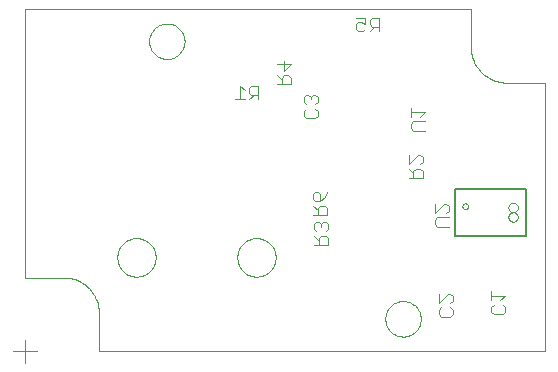
<source format=gbo>
G75*
G70*
%OFA0B0*%
%FSLAX24Y24*%
%IPPOS*%
%LPD*%
%AMOC8*
5,1,8,0,0,1.08239X$1,22.5*
%
%ADD10C,0.0000*%
%ADD11C,0.0040*%
%ADD12C,0.0050*%
D10*
X000494Y000100D02*
X000494Y000887D01*
X000887Y000494D02*
X000100Y000494D01*
X001773Y002954D02*
X001839Y002952D01*
X001905Y002947D01*
X001971Y002937D01*
X002036Y002924D01*
X002100Y002908D01*
X002163Y002888D01*
X002225Y002864D01*
X002285Y002837D01*
X002344Y002807D01*
X002401Y002773D01*
X002456Y002736D01*
X002509Y002696D01*
X002560Y002654D01*
X002608Y002608D01*
X002654Y002560D01*
X002696Y002509D01*
X002736Y002456D01*
X002773Y002401D01*
X002807Y002344D01*
X002837Y002285D01*
X002864Y002225D01*
X002888Y002163D01*
X002908Y002100D01*
X002924Y002036D01*
X002937Y001971D01*
X002947Y001905D01*
X002952Y001839D01*
X002954Y001773D01*
X002954Y000494D01*
X017817Y000494D01*
X017817Y009450D01*
X016537Y009450D01*
X016471Y009452D01*
X016405Y009457D01*
X016339Y009467D01*
X016274Y009480D01*
X016210Y009496D01*
X016147Y009516D01*
X016085Y009540D01*
X016025Y009567D01*
X015966Y009597D01*
X015909Y009631D01*
X015854Y009668D01*
X015801Y009708D01*
X015750Y009750D01*
X015702Y009796D01*
X015656Y009844D01*
X015614Y009895D01*
X015574Y009948D01*
X015537Y010003D01*
X015503Y010060D01*
X015473Y010119D01*
X015446Y010179D01*
X015422Y010241D01*
X015402Y010304D01*
X015386Y010368D01*
X015373Y010433D01*
X015363Y010499D01*
X015358Y010565D01*
X015356Y010631D01*
X015356Y011911D01*
X000494Y011911D01*
X000494Y002954D01*
X001773Y002954D01*
X003566Y003624D02*
X003568Y003674D01*
X003574Y003724D01*
X003584Y003773D01*
X003597Y003822D01*
X003615Y003869D01*
X003636Y003915D01*
X003660Y003958D01*
X003688Y004000D01*
X003719Y004040D01*
X003753Y004077D01*
X003790Y004111D01*
X003830Y004142D01*
X003872Y004170D01*
X003915Y004194D01*
X003961Y004215D01*
X004008Y004233D01*
X004057Y004246D01*
X004106Y004256D01*
X004156Y004262D01*
X004206Y004264D01*
X004256Y004262D01*
X004306Y004256D01*
X004355Y004246D01*
X004404Y004233D01*
X004451Y004215D01*
X004497Y004194D01*
X004540Y004170D01*
X004582Y004142D01*
X004622Y004111D01*
X004659Y004077D01*
X004693Y004040D01*
X004724Y004000D01*
X004752Y003958D01*
X004776Y003915D01*
X004797Y003869D01*
X004815Y003822D01*
X004828Y003773D01*
X004838Y003724D01*
X004844Y003674D01*
X004846Y003624D01*
X004844Y003574D01*
X004838Y003524D01*
X004828Y003475D01*
X004815Y003426D01*
X004797Y003379D01*
X004776Y003333D01*
X004752Y003290D01*
X004724Y003248D01*
X004693Y003208D01*
X004659Y003171D01*
X004622Y003137D01*
X004582Y003106D01*
X004540Y003078D01*
X004497Y003054D01*
X004451Y003033D01*
X004404Y003015D01*
X004355Y003002D01*
X004306Y002992D01*
X004256Y002986D01*
X004206Y002984D01*
X004156Y002986D01*
X004106Y002992D01*
X004057Y003002D01*
X004008Y003015D01*
X003961Y003033D01*
X003915Y003054D01*
X003872Y003078D01*
X003830Y003106D01*
X003790Y003137D01*
X003753Y003171D01*
X003719Y003208D01*
X003688Y003248D01*
X003660Y003290D01*
X003636Y003333D01*
X003615Y003379D01*
X003597Y003426D01*
X003584Y003475D01*
X003574Y003524D01*
X003568Y003574D01*
X003566Y003624D01*
X007566Y003624D02*
X007568Y003674D01*
X007574Y003724D01*
X007584Y003773D01*
X007597Y003822D01*
X007615Y003869D01*
X007636Y003915D01*
X007660Y003958D01*
X007688Y004000D01*
X007719Y004040D01*
X007753Y004077D01*
X007790Y004111D01*
X007830Y004142D01*
X007872Y004170D01*
X007915Y004194D01*
X007961Y004215D01*
X008008Y004233D01*
X008057Y004246D01*
X008106Y004256D01*
X008156Y004262D01*
X008206Y004264D01*
X008256Y004262D01*
X008306Y004256D01*
X008355Y004246D01*
X008404Y004233D01*
X008451Y004215D01*
X008497Y004194D01*
X008540Y004170D01*
X008582Y004142D01*
X008622Y004111D01*
X008659Y004077D01*
X008693Y004040D01*
X008724Y004000D01*
X008752Y003958D01*
X008776Y003915D01*
X008797Y003869D01*
X008815Y003822D01*
X008828Y003773D01*
X008838Y003724D01*
X008844Y003674D01*
X008846Y003624D01*
X008844Y003574D01*
X008838Y003524D01*
X008828Y003475D01*
X008815Y003426D01*
X008797Y003379D01*
X008776Y003333D01*
X008752Y003290D01*
X008724Y003248D01*
X008693Y003208D01*
X008659Y003171D01*
X008622Y003137D01*
X008582Y003106D01*
X008540Y003078D01*
X008497Y003054D01*
X008451Y003033D01*
X008404Y003015D01*
X008355Y003002D01*
X008306Y002992D01*
X008256Y002986D01*
X008206Y002984D01*
X008156Y002986D01*
X008106Y002992D01*
X008057Y003002D01*
X008008Y003015D01*
X007961Y003033D01*
X007915Y003054D01*
X007872Y003078D01*
X007830Y003106D01*
X007790Y003137D01*
X007753Y003171D01*
X007719Y003208D01*
X007688Y003248D01*
X007660Y003290D01*
X007636Y003333D01*
X007615Y003379D01*
X007597Y003426D01*
X007584Y003475D01*
X007574Y003524D01*
X007568Y003574D01*
X007566Y003624D01*
X012501Y001576D02*
X012503Y001624D01*
X012509Y001672D01*
X012519Y001719D01*
X012532Y001765D01*
X012550Y001810D01*
X012570Y001854D01*
X012595Y001896D01*
X012623Y001935D01*
X012653Y001972D01*
X012687Y002006D01*
X012724Y002038D01*
X012762Y002067D01*
X012803Y002092D01*
X012846Y002114D01*
X012891Y002132D01*
X012937Y002146D01*
X012984Y002157D01*
X013032Y002164D01*
X013080Y002167D01*
X013128Y002166D01*
X013176Y002161D01*
X013224Y002152D01*
X013270Y002140D01*
X013315Y002123D01*
X013359Y002103D01*
X013401Y002080D01*
X013441Y002053D01*
X013479Y002023D01*
X013514Y001990D01*
X013546Y001954D01*
X013576Y001916D01*
X013602Y001875D01*
X013624Y001832D01*
X013644Y001788D01*
X013659Y001743D01*
X013671Y001696D01*
X013679Y001648D01*
X013683Y001600D01*
X013683Y001552D01*
X013679Y001504D01*
X013671Y001456D01*
X013659Y001409D01*
X013644Y001364D01*
X013624Y001320D01*
X013602Y001277D01*
X013576Y001236D01*
X013546Y001198D01*
X013514Y001162D01*
X013479Y001129D01*
X013441Y001099D01*
X013401Y001072D01*
X013359Y001049D01*
X013315Y001029D01*
X013270Y001012D01*
X013224Y001000D01*
X013176Y000991D01*
X013128Y000986D01*
X013080Y000985D01*
X013032Y000988D01*
X012984Y000995D01*
X012937Y001006D01*
X012891Y001020D01*
X012846Y001038D01*
X012803Y001060D01*
X012762Y001085D01*
X012724Y001114D01*
X012687Y001146D01*
X012653Y001180D01*
X012623Y001217D01*
X012595Y001256D01*
X012570Y001298D01*
X012550Y001342D01*
X012532Y001387D01*
X012519Y001433D01*
X012509Y001480D01*
X012503Y001528D01*
X012501Y001576D01*
X016604Y004972D02*
X016606Y004997D01*
X016612Y005021D01*
X016621Y005043D01*
X016634Y005064D01*
X016650Y005083D01*
X016669Y005099D01*
X016690Y005112D01*
X016712Y005121D01*
X016736Y005127D01*
X016761Y005129D01*
X016786Y005127D01*
X016810Y005121D01*
X016832Y005112D01*
X016853Y005099D01*
X016872Y005083D01*
X016888Y005064D01*
X016901Y005043D01*
X016910Y005021D01*
X016916Y004997D01*
X016918Y004972D01*
X016916Y004947D01*
X016910Y004923D01*
X016901Y004901D01*
X016888Y004880D01*
X016872Y004861D01*
X016853Y004845D01*
X016832Y004832D01*
X016810Y004823D01*
X016786Y004817D01*
X016761Y004815D01*
X016736Y004817D01*
X016712Y004823D01*
X016690Y004832D01*
X016669Y004845D01*
X016650Y004861D01*
X016634Y004880D01*
X016621Y004901D01*
X016612Y004923D01*
X016606Y004947D01*
X016604Y004972D01*
X016604Y005287D02*
X016606Y005312D01*
X016612Y005336D01*
X016621Y005358D01*
X016634Y005379D01*
X016650Y005398D01*
X016669Y005414D01*
X016690Y005427D01*
X016712Y005436D01*
X016736Y005442D01*
X016761Y005444D01*
X016786Y005442D01*
X016810Y005436D01*
X016832Y005427D01*
X016853Y005414D01*
X016872Y005398D01*
X016888Y005379D01*
X016901Y005358D01*
X016910Y005336D01*
X016916Y005312D01*
X016918Y005287D01*
X016916Y005262D01*
X016910Y005238D01*
X016901Y005216D01*
X016888Y005195D01*
X016872Y005176D01*
X016853Y005160D01*
X016832Y005147D01*
X016810Y005138D01*
X016786Y005132D01*
X016761Y005130D01*
X016736Y005132D01*
X016712Y005138D01*
X016690Y005147D01*
X016669Y005160D01*
X016650Y005176D01*
X016634Y005195D01*
X016621Y005216D01*
X016612Y005238D01*
X016606Y005262D01*
X016604Y005287D01*
X015067Y005326D02*
X015069Y005345D01*
X015074Y005364D01*
X015084Y005380D01*
X015096Y005395D01*
X015111Y005407D01*
X015127Y005417D01*
X015146Y005422D01*
X015165Y005424D01*
X015184Y005422D01*
X015203Y005417D01*
X015219Y005407D01*
X015234Y005395D01*
X015246Y005380D01*
X015256Y005364D01*
X015261Y005345D01*
X015263Y005326D01*
X015261Y005307D01*
X015256Y005288D01*
X015246Y005272D01*
X015234Y005257D01*
X015219Y005245D01*
X015203Y005235D01*
X015184Y005230D01*
X015165Y005228D01*
X015146Y005230D01*
X015127Y005235D01*
X015111Y005245D01*
X015096Y005257D01*
X015084Y005272D01*
X015074Y005288D01*
X015069Y005307D01*
X015067Y005326D01*
X004627Y010828D02*
X004629Y010876D01*
X004635Y010924D01*
X004645Y010971D01*
X004658Y011017D01*
X004676Y011062D01*
X004696Y011106D01*
X004721Y011148D01*
X004749Y011187D01*
X004779Y011224D01*
X004813Y011258D01*
X004850Y011290D01*
X004888Y011319D01*
X004929Y011344D01*
X004972Y011366D01*
X005017Y011384D01*
X005063Y011398D01*
X005110Y011409D01*
X005158Y011416D01*
X005206Y011419D01*
X005254Y011418D01*
X005302Y011413D01*
X005350Y011404D01*
X005396Y011392D01*
X005441Y011375D01*
X005485Y011355D01*
X005527Y011332D01*
X005567Y011305D01*
X005605Y011275D01*
X005640Y011242D01*
X005672Y011206D01*
X005702Y011168D01*
X005728Y011127D01*
X005750Y011084D01*
X005770Y011040D01*
X005785Y010995D01*
X005797Y010948D01*
X005805Y010900D01*
X005809Y010852D01*
X005809Y010804D01*
X005805Y010756D01*
X005797Y010708D01*
X005785Y010661D01*
X005770Y010616D01*
X005750Y010572D01*
X005728Y010529D01*
X005702Y010488D01*
X005672Y010450D01*
X005640Y010414D01*
X005605Y010381D01*
X005567Y010351D01*
X005527Y010324D01*
X005485Y010301D01*
X005441Y010281D01*
X005396Y010264D01*
X005350Y010252D01*
X005302Y010243D01*
X005254Y010238D01*
X005206Y010237D01*
X005158Y010240D01*
X005110Y010247D01*
X005063Y010258D01*
X005017Y010272D01*
X004972Y010290D01*
X004929Y010312D01*
X004888Y010337D01*
X004850Y010366D01*
X004813Y010398D01*
X004779Y010432D01*
X004749Y010469D01*
X004721Y010508D01*
X004696Y010550D01*
X004676Y010594D01*
X004658Y010639D01*
X004645Y010685D01*
X004635Y010732D01*
X004629Y010780D01*
X004627Y010828D01*
D11*
X007656Y009349D02*
X007656Y008889D01*
X007809Y008889D02*
X007502Y008889D01*
X007809Y009196D02*
X007656Y009349D01*
X007963Y009272D02*
X007963Y009119D01*
X008039Y009042D01*
X008269Y009042D01*
X008116Y009042D02*
X007963Y008889D01*
X008269Y008889D02*
X008269Y009349D01*
X008039Y009349D01*
X007963Y009272D01*
X008889Y009389D02*
X009349Y009389D01*
X009349Y009619D01*
X009272Y009696D01*
X009119Y009696D01*
X009042Y009619D01*
X009042Y009389D01*
X009042Y009542D02*
X008889Y009696D01*
X009119Y009849D02*
X009119Y010156D01*
X008889Y010079D02*
X009349Y010079D01*
X009119Y009849D01*
X009858Y009042D02*
X009781Y008965D01*
X009781Y008812D01*
X009858Y008735D01*
X010012Y008888D02*
X010012Y008965D01*
X009935Y009042D01*
X009858Y009042D01*
X010012Y008965D02*
X010088Y009042D01*
X010165Y009042D01*
X010242Y008965D01*
X010242Y008812D01*
X010165Y008735D01*
X010165Y008581D02*
X010242Y008505D01*
X010242Y008351D01*
X010165Y008275D01*
X009858Y008275D01*
X009781Y008351D01*
X009781Y008505D01*
X009858Y008581D01*
X013356Y008621D02*
X013356Y008314D01*
X013356Y008468D02*
X013817Y008468D01*
X013663Y008314D01*
X013817Y008161D02*
X013433Y008161D01*
X013356Y008084D01*
X013356Y007930D01*
X013433Y007854D01*
X013817Y007854D01*
X013665Y007042D02*
X013588Y007042D01*
X013281Y006735D01*
X013281Y007042D01*
X013665Y007042D02*
X013742Y006965D01*
X013742Y006812D01*
X013665Y006735D01*
X013665Y006581D02*
X013512Y006581D01*
X013435Y006505D01*
X013435Y006275D01*
X013281Y006275D02*
X013742Y006275D01*
X013742Y006505D01*
X013665Y006581D01*
X013435Y006428D02*
X013281Y006581D01*
X014156Y005417D02*
X014156Y005110D01*
X014463Y005417D01*
X014540Y005417D01*
X014617Y005340D01*
X014617Y005187D01*
X014540Y005110D01*
X014617Y004956D02*
X014233Y004956D01*
X014156Y004880D01*
X014156Y004726D01*
X014233Y004650D01*
X014617Y004650D01*
X016031Y002496D02*
X016031Y002189D01*
X016031Y002343D02*
X016492Y002343D01*
X016338Y002189D01*
X016415Y002036D02*
X016492Y001959D01*
X016492Y001805D01*
X016415Y001729D01*
X016108Y001729D01*
X016031Y001805D01*
X016031Y001959D01*
X016108Y002036D01*
X014742Y002187D02*
X014665Y002110D01*
X014742Y002187D02*
X014742Y002340D01*
X014665Y002417D01*
X014588Y002417D01*
X014281Y002110D01*
X014281Y002417D01*
X014358Y001956D02*
X014281Y001880D01*
X014281Y001726D01*
X014358Y001650D01*
X014665Y001650D01*
X014742Y001726D01*
X014742Y001880D01*
X014665Y001956D01*
X010588Y004031D02*
X010588Y004262D01*
X010512Y004338D01*
X010358Y004338D01*
X010281Y004262D01*
X010281Y004031D01*
X010128Y004031D02*
X010588Y004031D01*
X010281Y004185D02*
X010128Y004338D01*
X010205Y004492D02*
X010128Y004569D01*
X010128Y004722D01*
X010205Y004799D01*
X010281Y004799D01*
X010358Y004722D01*
X010358Y004645D01*
X010358Y004722D02*
X010435Y004799D01*
X010512Y004799D01*
X010588Y004722D01*
X010588Y004569D01*
X010512Y004492D01*
X010556Y005039D02*
X010095Y005039D01*
X010249Y005039D02*
X010249Y005269D01*
X010325Y005346D01*
X010479Y005346D01*
X010556Y005269D01*
X010556Y005039D01*
X010249Y005193D02*
X010095Y005346D01*
X010172Y005499D02*
X010095Y005576D01*
X010095Y005730D01*
X010172Y005806D01*
X010249Y005806D01*
X010325Y005730D01*
X010325Y005499D01*
X010172Y005499D01*
X010325Y005499D02*
X010479Y005653D01*
X010556Y005806D01*
X011601Y011159D02*
X011754Y011159D01*
X011831Y011236D01*
X011985Y011159D02*
X012138Y011313D01*
X012061Y011313D02*
X012292Y011313D01*
X012292Y011159D02*
X012292Y011620D01*
X012061Y011620D01*
X011985Y011543D01*
X011985Y011390D01*
X012061Y011313D01*
X011831Y011390D02*
X011678Y011466D01*
X011601Y011466D01*
X011524Y011390D01*
X011524Y011236D01*
X011601Y011159D01*
X011831Y011390D02*
X011831Y011620D01*
X011524Y011620D01*
D12*
X014830Y005917D02*
X017193Y005917D01*
X017193Y004342D01*
X014830Y004342D01*
X014830Y005917D01*
M02*

</source>
